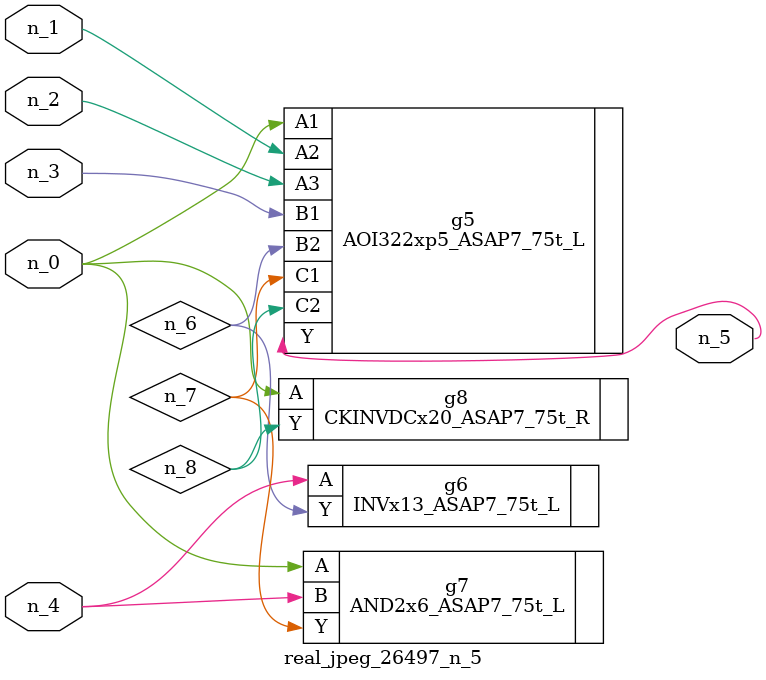
<source format=v>
module real_jpeg_26497_n_5 (n_4, n_0, n_1, n_2, n_3, n_5);

input n_4;
input n_0;
input n_1;
input n_2;
input n_3;

output n_5;

wire n_8;
wire n_6;
wire n_7;

AOI322xp5_ASAP7_75t_L g5 ( 
.A1(n_0),
.A2(n_1),
.A3(n_2),
.B1(n_3),
.B2(n_6),
.C1(n_7),
.C2(n_8),
.Y(n_5)
);

AND2x6_ASAP7_75t_L g7 ( 
.A(n_0),
.B(n_4),
.Y(n_7)
);

CKINVDCx20_ASAP7_75t_R g8 ( 
.A(n_0),
.Y(n_8)
);

INVx13_ASAP7_75t_L g6 ( 
.A(n_4),
.Y(n_6)
);


endmodule
</source>
